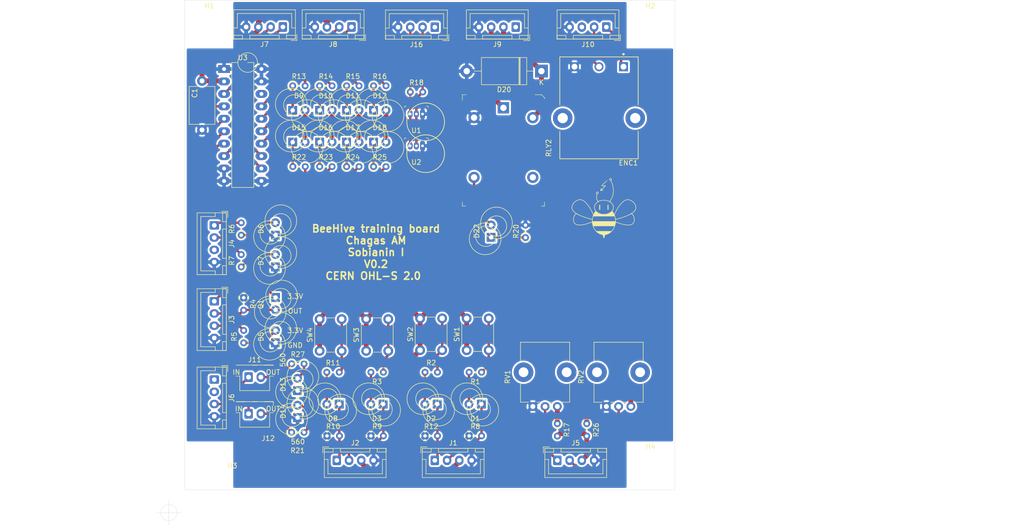
<source format=kicad_pcb>
(kicad_pcb (version 20171130) (host pcbnew "(5.1.4-0-10_14)")
  (layers (0 F.Cu signal) (31 B.Cu signal hide) (34 B.Paste user) (35 F.Paste user) (36 B.SilkS user) (37 F.SilkS user) (38 B.Mask user) (39 F.Mask user) (44 Edge.Cuts user))
  (net 0 "")
  (net 1 "Net-(D1-Pad1)")
  (net 2 "Net-(D2-Pad1)")
  (net 3 "Net-(D2-Pad2)")
  (net 4 "Net-(D3-Pad1)")
  (net 5 "Net-(D3-Pad2)")
  (net 6 "Net-(D5-Pad2)")
  (net 7 "Net-(D6-Pad2)")
  (net 8 "Net-(D7-Pad2)")
  (net 9 "Net-(D8-Pad1)")
  (net 10 "Net-(D8-Pad2)")
  (net 11 "Net-(D9-Pad1)")
  (net 12 "Net-(D11-Pad1)")
  (net 13 "Net-(D13-Pad2)")
  (net 14 "Net-(J3-Pad3)")
  (net 16 "Net-(D14-Pad2)")
  (net 17 "Net-(D15-Pad1)")
  (net 18 "Net-(D16-Pad1)")
  (net 19 "Net-(D17-Pad1)")
  (net 20 "+5V")
  (net 21 "Net-(J3-Pad2)")
  (net 22 "Net-(J3-Pad1)")
  (net 23 "Net-(J4-Pad1)")
  (net 24 "Net-(J4-Pad2)")
  (net 25 "Net-(J5-Pad1)")
  (net 26 "Net-(J5-Pad2)")
  (net 27 "Net-(J7-Pad1)")
  (net 28 "Net-(J8-Pad1)")
  (net 29 "Net-(R1-Pad1)")
  (net 30 "Net-(R2-Pad2)")
  (net 32 "Net-(J16-Pad2)")
  (net 34 "Net-(D1-Pad2)")
  (net 35 "Net-(D22-Pad2)")
  (net 36 "Net-(D22-Pad1)")
  (net 37 "Net-(J7-Pad2)")
  (net 38 "Net-(J8-Pad2)")
  (net 40 "Net-(D10-Pad1)")
  (net 41 "Net-(D12-Pad1)")
  (net 42 "Net-(R3-Pad1)")
  (net 43 "Net-(R11-Pad2)")
  (net 45 "Net-(D20-Pad1)")
  (net 46 "Net-(D18-Pad1)")
  (net 47 "Net-(R13-Pad2)")
  (net 48 "Net-(R14-Pad2)")
  (net 49 "Net-(R15-Pad2)")
  (net 50 "Net-(R16-Pad2)")
  (net 51 "Net-(R22-Pad2)")
  (net 52 "Net-(R23-Pad2)")
  (net 53 "Net-(R24-Pad2)")
  (net 54 "Net-(R25-Pad2)")
  (net 55 "Net-(R17-Pad1)")
  (net 57 "Net-(ENC1-PadA)")
  (net 58 "Net-(ENC1-PadB)")
  (net 59 "Net-(R26-Pad1)")
  (net 60 "Net-(J6-Pad3)")
  (net 61 "Net-(R27-Pad1)")
  (net 62 "Net-(R21-Pad1)")
  (net 63 "Net-(J9-Pad3)")
  (net 64 "Net-(J5-Pad3)")
  (net 65 "temp_5V")
  (net 67 "reg_5V")
  (net 68 "button_5v")
  (net 69 "GND")
  (module "LED_THT:LED_D3.0mm" (layer "F.Cu") (at 98 103 180)
    (fp_text reference "D1" (at 1.27 -2.96) (layer "F.SilkS"))
    (fp_text value "LED")
    (pad "1" thru_hole rect (at 0 0 180) (size 1.8 1.8) (drill 0.9) (layers *.Cu *.Mask) (net 1 "Net-(D1-Pad1)"))
    (pad "2" thru_hole circle (at 2.54 0 180) (size 1.8 1.8) (drill 0.9) (layers *.Cu *.Mask) (net 34 "Net-(D1-Pad2)"))
  )
  (module "LED_THT:LED_D3.0mm" (layer "F.Cu") (at 77.96 103 180)
    (fp_text reference "D3" (at 1.27 -2.96) (layer "F.SilkS"))
    (fp_text value "LED")
    (pad "1" thru_hole rect (at 0 0 180) (size 1.8 1.8) (drill 0.9) (layers *.Cu *.Mask) (net 4 "Net-(D3-Pad1)"))
    (pad "2" thru_hole circle (at 2.54 0 180) (size 1.8 1.8) (drill 0.9) (layers *.Cu *.Mask) (net 5 "Net-(D3-Pad2)"))
  )
  (module "LED_THT:LED_D3.0mm" (layer "F.Cu") (at 56 90.5 90)
    (fp_text reference "D5" (at 1.27 -2.96 90) (layer "F.SilkS"))
    (fp_text value "IR LED")
    (pad "1" thru_hole rect (at 0 0 90) (size 1.8 1.8) (drill 0.9) (layers *.Cu *.Mask) (net 69 "GND"))
    (pad "2" thru_hole circle (at 2.54 0 90) (size 1.8 1.8) (drill 0.9) (layers *.Cu *.Mask) (net 6 "Net-(D5-Pad2)"))
  )
  (module "LED_THT:LED_D3.0mm" (layer "F.Cu") (at 56 68.5 90)
    (fp_text reference "D6" (at 1.27 -2.96 90) (layer "F.SilkS"))
    (fp_text value "LED")
    (pad "1" thru_hole rect (at 0 0 90) (size 1.8 1.8) (drill 0.9) (layers *.Cu *.Mask) (net 69 "GND"))
    (pad "2" thru_hole circle (at 2.54 0 90) (size 1.8 1.8) (drill 0.9) (layers *.Cu *.Mask) (net 7 "Net-(D6-Pad2)"))
  )
  (module "LED_THT:LED_D3.0mm" (layer "F.Cu") (at 56 75 90)
    (fp_text reference "D7" (at 1.27 -2.96 90) (layer "F.SilkS"))
    (fp_text value "LED")
    (pad "1" thru_hole rect (at 0 0 90) (size 1.8 1.8) (drill 0.9) (layers *.Cu *.Mask) (net 69 "GND"))
    (pad "2" thru_hole circle (at 2.54 0 90) (size 1.8 1.8) (drill 0.9) (layers *.Cu *.Mask) (net 8 "Net-(D7-Pad2)"))
  )
  (module "LED_THT:LED_D3.0mm" (layer "F.Cu") (at 69 103 180)
    (fp_text reference "D8" (at 1.27 -2.96) (layer "F.SilkS"))
    (fp_text value "LED")
    (pad "1" thru_hole rect (at 0 0 180) (size 1.8 1.8) (drill 0.9) (layers *.Cu *.Mask) (net 9 "Net-(D8-Pad1)"))
    (pad "2" thru_hole circle (at 2.54 0 180) (size 1.8 1.8) (drill 0.9) (layers *.Cu *.Mask) (net 10 "Net-(D8-Pad2)"))
  )
  (module "LED_THT:LED_D3.0mm" (layer "F.Cu") (at 59.5 43)
    (fp_text reference "D9" (at 1.27 -2.96) (layer "F.SilkS"))
    (fp_text value "LED")
    (pad "1" thru_hole rect (at 0 0) (size 1.8 1.8) (drill 0.9) (layers *.Cu *.Mask) (net 11 "Net-(D9-Pad1)"))
    (pad "2" thru_hole circle (at 2.54 0) (size 1.8 1.8) (drill 0.9) (layers *.Cu *.Mask) (net 67 "reg_5V"))
  )
  (module "LED_THT:LED_D3.0mm" (layer "F.Cu") (at 65 43)
    (fp_text reference "D10" (at 1.27 -2.96) (layer "F.SilkS"))
    (fp_text value "LED")
    (pad "1" thru_hole rect (at 0 0) (size 1.8 1.8) (drill 0.9) (layers *.Cu *.Mask) (net 40 "Net-(D10-Pad1)"))
    (pad "2" thru_hole circle (at 2.54 0) (size 1.8 1.8) (drill 0.9) (layers *.Cu *.Mask) (net 67 "reg_5V"))
  )
  (module "LED_THT:LED_D3.0mm" (layer "F.Cu") (at 70.5 43)
    (fp_text reference "D11" (at 1.27 -2.96) (layer "F.SilkS"))
    (fp_text value "LED")
    (pad "1" thru_hole rect (at 0 0) (size 1.8 1.8) (drill 0.9) (layers *.Cu *.Mask) (net 12 "Net-(D11-Pad1)"))
    (pad "2" thru_hole circle (at 2.54 0) (size 1.8 1.8) (drill 0.9) (layers *.Cu *.Mask) (net 67 "reg_5V"))
  )
  (module "LED_THT:LED_D3.0mm" (layer "F.Cu") (at 76 43)
    (fp_text reference "D12" (at 1.27 -2.96) (layer "F.SilkS"))
    (fp_text value "LED")
    (pad "1" thru_hole rect (at 0 0) (size 1.8 1.8) (drill 0.9) (layers *.Cu *.Mask) (net 41 "Net-(D12-Pad1)"))
    (pad "2" thru_hole circle (at 2.54 0) (size 1.8 1.8) (drill 0.9) (layers *.Cu *.Mask) (net 67 "reg_5V"))
  )
  (module "LED_THT:LED_D3.0mm" (layer "F.Cu") (at 60.5 100.275 90)
    (fp_text reference "D13" (at 1.275 -2.96 90) (layer "F.SilkS"))
    (fp_text value "LED")
    (pad "1" thru_hole rect (at 0 0 90) (size 1.8 1.8) (drill 0.9) (layers *.Cu *.Mask) (net 69 "GND"))
    (pad "2" thru_hole circle (at 2.54 0 90) (size 1.8 1.8) (drill 0.9) (layers *.Cu *.Mask) (net 13 "Net-(D13-Pad2)"))
  )
  (module "LED_THT:LED_D3.0mm" (layer "F.Cu") (at 60.5 105.775 90)
    (fp_text reference "D14" (at 1.27 -2.96 90) (layer "F.SilkS"))
    (fp_text value "LED")
    (pad "1" thru_hole rect (at 0 0 90) (size 1.8 1.8) (drill 0.9) (layers *.Cu *.Mask) (net 69 "GND"))
    (pad "2" thru_hole circle (at 2.54 0 90) (size 1.8 1.8) (drill 0.9) (layers *.Cu *.Mask) (net 16 "Net-(D14-Pad2)"))
  )
  (module "LED_THT:LED_D3.0mm" (layer "F.Cu") (at 59.5 49.5)
    (fp_text reference "D15" (at 1.27 -2.96) (layer "F.SilkS"))
    (fp_text value "LED")
    (pad "1" thru_hole rect (at 0 0) (size 1.8 1.8) (drill 0.9) (layers *.Cu *.Mask) (net 17 "Net-(D15-Pad1)"))
    (pad "2" thru_hole circle (at 2.54 0) (size 1.8 1.8) (drill 0.9) (layers *.Cu *.Mask) (net 67 "reg_5V"))
  )
  (module "LED_THT:LED_D3.0mm" (layer "F.Cu") (at 65 49.5)
    (fp_text reference "D16" (at 1.27 -2.96) (layer "F.SilkS"))
    (fp_text value "LED")
    (pad "1" thru_hole rect (at 0 0) (size 1.8 1.8) (drill 0.9) (layers *.Cu *.Mask) (net 18 "Net-(D16-Pad1)"))
    (pad "2" thru_hole circle (at 2.54 0) (size 1.8 1.8) (drill 0.9) (layers *.Cu *.Mask) (net 67 "reg_5V"))
  )
  (module "LED_THT:LED_D3.0mm" (layer "F.Cu") (at 70.5 49.5)
    (fp_text reference "D17" (at 1.27 -2.96) (layer "F.SilkS"))
    (fp_text value "LED")
    (pad "1" thru_hole rect (at 0 0) (size 1.8 1.8) (drill 0.9) (layers *.Cu *.Mask) (net 19 "Net-(D17-Pad1)"))
    (pad "2" thru_hole circle (at 2.54 0) (size 1.8 1.8) (drill 0.9) (layers *.Cu *.Mask) (net 67 "reg_5V"))
  )
  (module "LED_THT:LED_D3.0mm" (layer "F.Cu") (at 76 49.5)
    (fp_text reference "D18" (at 1.27 -2.96) (layer "F.SilkS"))
    (fp_text value "LED")
    (pad "1" thru_hole rect (at 0 0) (size 1.8 1.8) (drill 0.9) (layers *.Cu *.Mask) (net 46 "Net-(D18-Pad1)"))
    (pad "2" thru_hole circle (at 2.54 0) (size 1.8 1.8) (drill 0.9) (layers *.Cu *.Mask) (net 67 "reg_5V"))
  )
  (module "Connector_JST:JST_XH_B4B-XH-A_1x04_P2.50mm_Vertical" (layer "F.Cu") (at 88.5 114.5)
    (fp_text reference "J1" (at 3.75 -3.55) (layer "F.SilkS"))
    (fp_text value "Conn_01x04")
    (pad "1" thru_hole roundrect (at 0 0) (size 1.7 1.95) (drill 0.95) (layers *.Cu *.Mask) (roundrect_rratio 0.1470588235) (net 2 "Net-(D2-Pad1)"))
    (pad "2" thru_hole oval (at 2.5 0) (size 1.7 1.95) (drill 0.95) (layers *.Cu *.Mask) (net 1 "Net-(D1-Pad1)"))
    (pad "3" thru_hole oval (at 5 0) (size 1.7 1.95) (drill 0.95) (layers *.Cu *.Mask) (net 68 "button_5v"))
    (pad "4" thru_hole oval (at 7.5 0) (size 1.7 1.95) (drill 0.95) (layers *.Cu *.Mask) (net 69 "GND"))
  )
  (module "Connector_JST:JST_XH_B4B-XH-A_1x04_P2.50mm_Vertical" (layer "F.Cu") (at 68.5 114.5)
    (fp_text reference "J2" (at 3.75 -3.55) (layer "F.SilkS"))
    (fp_text value "Conn_01x04")
    (pad "1" thru_hole roundrect (at 0 0) (size 1.7 1.95) (drill 0.95) (layers *.Cu *.Mask) (roundrect_rratio 0.1470588235) (net 9 "Net-(D8-Pad1)"))
    (pad "2" thru_hole oval (at 2.5 0) (size 1.7 1.95) (drill 0.95) (layers *.Cu *.Mask) (net 4 "Net-(D3-Pad1)"))
    (pad "3" thru_hole oval (at 5 0) (size 1.7 1.95) (drill 0.95) (layers *.Cu *.Mask) (net 68 "button_5v"))
    (pad "4" thru_hole oval (at 7.5 0) (size 1.7 1.95) (drill 0.95) (layers *.Cu *.Mask) (net 69 "GND"))
  )
  (module "Connector_JST:JST_XH_B4B-XH-A_1x04_P2.50mm_Vertical" (layer "F.Cu") (at 43.5 82 -90)
    (fp_text reference "J3" (at 3.75 -3.55 90) (layer "F.SilkS"))
    (fp_text value "Conn_01x04")
    (pad "1" thru_hole roundrect (at 0 0 270) (size 1.7 1.95) (drill 0.95) (layers *.Cu *.Mask) (roundrect_rratio 0.1470588235) (net 22 "Net-(J3-Pad1)"))
    (pad "2" thru_hole oval (at 2.5 0 270) (size 1.7 1.95) (drill 0.95) (layers *.Cu *.Mask) (net 21 "Net-(J3-Pad2)"))
    (pad "3" thru_hole oval (at 5 0 270) (size 1.7 1.95) (drill 0.95) (layers *.Cu *.Mask) (net 14 "Net-(J3-Pad3)"))
    (pad "4" thru_hole oval (at 7.5 0 270) (size 1.7 1.95) (drill 0.95) (layers *.Cu *.Mask) (net 69 "GND"))
  )
  (module "Connector_JST:JST_XH_B4B-XH-A_1x04_P2.50mm_Vertical" (layer "F.Cu") (at 43.5 66.5 -90)
    (fp_text reference "J4" (at 3.75 -3.55 90) (layer "F.SilkS"))
    (fp_text value "Conn_01x04")
    (pad "1" thru_hole roundrect (at 0 0 270) (size 1.7 1.95) (drill 0.95) (layers *.Cu *.Mask) (roundrect_rratio 0.1470588235) (net 23 "Net-(J4-Pad1)"))
    (pad "2" thru_hole oval (at 2.5 0 270) (size 1.7 1.95) (drill 0.95) (layers *.Cu *.Mask) (net 24 "Net-(J4-Pad2)"))
    (pad "3" thru_hole oval (at 5 0 270) (size 1.7 1.95) (drill 0.95) (layers *.Cu *.Mask) (net 20 "+5V"))
    (pad "4" thru_hole oval (at 7.5 0 270) (size 1.7 1.95) (drill 0.95) (layers *.Cu *.Mask) (net 69 "GND"))
  )
  (module "Connector_JST:JST_XH_B4B-XH-A_1x04_P2.50mm_Vertical" (layer "F.Cu") (at 113.5 114.5)
    (fp_text reference "J5" (at 3.75 -3.55) (layer "F.SilkS"))
    (fp_text value "Conn_01x04")
    (pad "1" thru_hole roundrect (at 0 0) (size 1.7 1.95) (drill 0.95) (layers *.Cu *.Mask) (roundrect_rratio 0.1470588235) (net 25 "Net-(J5-Pad1)"))
    (pad "2" thru_hole oval (at 2.5 0) (size 1.7 1.95) (drill 0.95) (layers *.Cu *.Mask) (net 26 "Net-(J5-Pad2)"))
    (pad "3" thru_hole oval (at 5 0) (size 1.7 1.95) (drill 0.95) (layers *.Cu *.Mask) (net 64 "Net-(J5-Pad3)"))
    (pad "4" thru_hole oval (at 7.5 0) (size 1.7 1.95) (drill 0.95) (layers *.Cu *.Mask) (net 69 "GND"))
  )
  (module "Resistor_THT:R_Axial_DIN0204_L3.6mm_D1.6mm_P2.54mm_Vertical" (layer "F.Cu") (at 98.04 96.5 180)
    (fp_text reference "R1" (at 1.27 -1.92) (layer "F.SilkS"))
    (fp_text value "220")
    (pad "1" thru_hole circle (at 0 0 180) (size 1.4 1.4) (drill 0.7) (layers *.Cu *.Mask) (net 29 "Net-(R1-Pad1)"))
    (pad "2" thru_hole oval (at 2.54 0 180) (size 1.4 1.4) (drill 0.7) (layers *.Cu *.Mask) (net 34 "Net-(D1-Pad2)"))
  )
  (module "Resistor_THT:R_Axial_DIN0204_L3.6mm_D1.6mm_P2.54mm_Vertical" (layer "F.Cu") (at 86.5 96.5)
    (fp_text reference "R2" (at 1.27 -1.92) (layer "F.SilkS"))
    (fp_text value "220")
    (pad "1" thru_hole circle (at 0 0) (size 1.4 1.4) (drill 0.7) (layers *.Cu *.Mask) (net 3 "Net-(D2-Pad2)"))
    (pad "2" thru_hole oval (at 2.54 0) (size 1.4 1.4) (drill 0.7) (layers *.Cu *.Mask) (net 30 "Net-(R2-Pad2)"))
  )
  (module "Resistor_THT:R_Axial_DIN0204_L3.6mm_D1.6mm_P2.54mm_Vertical" (layer "F.Cu") (at 78 96.5 180)
    (fp_text reference "R3" (at 1.27 -1.92) (layer "F.SilkS"))
    (fp_text value "220")
    (pad "1" thru_hole circle (at 0 0 180) (size 1.4 1.4) (drill 0.7) (layers *.Cu *.Mask) (net 42 "Net-(R3-Pad1)"))
    (pad "2" thru_hole oval (at 2.54 0 180) (size 1.4 1.4) (drill 0.7) (layers *.Cu *.Mask) (net 5 "Net-(D3-Pad2)"))
  )
  (module "Resistor_THT:R_Axial_DIN0204_L3.6mm_D1.6mm_P2.54mm_Vertical" (layer "F.Cu") (at 49.5 81.28 -90)
    (fp_text reference "R4" (at 1.27 -1.92 90) (layer "F.SilkS"))
    (fp_text value "10k")
    (pad "1" thru_hole circle (at 0 0 270) (size 1.4 1.4) (drill 0.7) (layers *.Cu *.Mask) (net 69 "GND"))
    (pad "2" thru_hole oval (at 2.54 0 270) (size 1.4 1.4) (drill 0.7) (layers *.Cu *.Mask) (net 21 "Net-(J3-Pad2)"))
  )
  (module "Resistor_THT:R_Axial_DIN0204_L3.6mm_D1.6mm_P2.54mm_Vertical" (layer "F.Cu") (at 49.5 90.5 90)
    (fp_text reference "R5" (at 1.27 -1.92 90) (layer "F.SilkS"))
    (fp_text value "47")
    (pad "1" thru_hole circle (at 0 0 90) (size 1.4 1.4) (drill 0.7) (layers *.Cu *.Mask) (net 6 "Net-(D5-Pad2)"))
    (pad "2" thru_hole oval (at 2.54 0 90) (size 1.4 1.4) (drill 0.7) (layers *.Cu *.Mask) (net 14 "Net-(J3-Pad3)"))
  )
  (module "Resistor_THT:R_Axial_DIN0204_L3.6mm_D1.6mm_P2.54mm_Vertical" (layer "F.Cu") (at 49 68.5 90)
    (fp_text reference "R6" (at 1.27 -1.92 90) (layer "F.SilkS"))
    (fp_text value "220")
    (pad "1" thru_hole circle (at 0 0 90) (size 1.4 1.4) (drill 0.7) (layers *.Cu *.Mask) (net 7 "Net-(D6-Pad2)"))
    (pad "2" thru_hole oval (at 2.54 0 90) (size 1.4 1.4) (drill 0.7) (layers *.Cu *.Mask) (net 23 "Net-(J4-Pad1)"))
  )
  (module "Resistor_THT:R_Axial_DIN0204_L3.6mm_D1.6mm_P2.54mm_Vertical" (layer "F.Cu") (at 49 75 90)
    (fp_text reference "R7" (at 1.27 -1.92 90) (layer "F.SilkS"))
    (fp_text value "220")
    (pad "1" thru_hole circle (at 0 0 90) (size 1.4 1.4) (drill 0.7) (layers *.Cu *.Mask) (net 8 "Net-(D7-Pad2)"))
    (pad "2" thru_hole oval (at 2.54 0 90) (size 1.4 1.4) (drill 0.7) (layers *.Cu *.Mask) (net 24 "Net-(J4-Pad2)"))
  )
  (module "Resistor_THT:R_Axial_DIN0204_L3.6mm_D1.6mm_P2.54mm_Vertical" (layer "F.Cu") (at 95.5 109.5)
    (fp_text reference "R8" (at 1.27 -1.92) (layer "F.SilkS"))
    (fp_text value "1k")
    (pad "1" thru_hole circle (at 0 0) (size 1.4 1.4) (drill 0.7) (layers *.Cu *.Mask) (net 69 "GND"))
    (pad "2" thru_hole oval (at 2.54 0) (size 1.4 1.4) (drill 0.7) (layers *.Cu *.Mask) (net 1 "Net-(D1-Pad1)"))
  )
  (module "Resistor_THT:R_Axial_DIN0204_L3.6mm_D1.6mm_P2.54mm_Vertical" (layer "F.Cu") (at 75.46 109.5)
    (fp_text reference "R9" (at 1.27 -1.92) (layer "F.SilkS"))
    (fp_text value "1k")
    (pad "1" thru_hole circle (at 0 0) (size 1.4 1.4) (drill 0.7) (layers *.Cu *.Mask) (net 69 "GND"))
    (pad "2" thru_hole oval (at 2.54 0) (size 1.4 1.4) (drill 0.7) (layers *.Cu *.Mask) (net 4 "Net-(D3-Pad1)"))
  )
  (module "Resistor_THT:R_Axial_DIN0204_L3.6mm_D1.6mm_P2.54mm_Vertical" (layer "F.Cu") (at 66.5 109.5)
    (fp_text reference "R10" (at 1.27 -1.92) (layer "F.SilkS"))
    (fp_text value "1k")
    (pad "1" thru_hole circle (at 0 0) (size 1.4 1.4) (drill 0.7) (layers *.Cu *.Mask) (net 69 "GND"))
    (pad "2" thru_hole oval (at 2.54 0) (size 1.4 1.4) (drill 0.7) (layers *.Cu *.Mask) (net 9 "Net-(D8-Pad1)"))
  )
  (module "Resistor_THT:R_Axial_DIN0204_L3.6mm_D1.6mm_P2.54mm_Vertical" (layer "F.Cu") (at 66.46 96.5)
    (fp_text reference "R11" (at 1.27 -1.92) (layer "F.SilkS"))
    (fp_text value "220")
    (pad "1" thru_hole circle (at 0 0) (size 1.4 1.4) (drill 0.7) (layers *.Cu *.Mask) (net 10 "Net-(D8-Pad2)"))
    (pad "2" thru_hole oval (at 2.54 0) (size 1.4 1.4) (drill 0.7) (layers *.Cu *.Mask) (net 43 "Net-(R11-Pad2)"))
  )
  (module "Resistor_THT:R_Axial_DIN0204_L3.6mm_D1.6mm_P2.54mm_Vertical" (layer "F.Cu") (at 86.5 109.5)
    (fp_text reference "R12" (at 1.27 -1.92) (layer "F.SilkS"))
    (fp_text value "1k")
    (pad "1" thru_hole circle (at 0 0) (size 1.4 1.4) (drill 0.7) (layers *.Cu *.Mask) (net 69 "GND"))
    (pad "2" thru_hole oval (at 2.54 0) (size 1.4 1.4) (drill 0.7) (layers *.Cu *.Mask) (net 2 "Net-(D2-Pad1)"))
  )
  (module "Resistor_THT:R_Axial_DIN0204_L3.6mm_D1.6mm_P2.54mm_Vertical" (layer "F.Cu") (at 59.5 38)
    (fp_text reference "R13" (at 1.27 -1.92) (layer "F.SilkS"))
    (fp_text value "560")
    (pad "1" thru_hole circle (at 0 0) (size 1.4 1.4) (drill 0.7) (layers *.Cu *.Mask) (net 11 "Net-(D9-Pad1)"))
    (pad "2" thru_hole oval (at 2.54 0) (size 1.4 1.4) (drill 0.7) (layers *.Cu *.Mask) (net 47 "Net-(R13-Pad2)"))
  )
  (module "Resistor_THT:R_Axial_DIN0204_L3.6mm_D1.6mm_P2.54mm_Vertical" (layer "F.Cu") (at 65 38)
    (fp_text reference "R14" (at 1.27 -1.92) (layer "F.SilkS"))
    (fp_text value "560")
    (pad "1" thru_hole circle (at 0 0) (size 1.4 1.4) (drill 0.7) (layers *.Cu *.Mask) (net 40 "Net-(D10-Pad1)"))
    (pad "2" thru_hole oval (at 2.54 0) (size 1.4 1.4) (drill 0.7) (layers *.Cu *.Mask) (net 48 "Net-(R14-Pad2)"))
  )
  (module "Resistor_THT:R_Axial_DIN0204_L3.6mm_D1.6mm_P2.54mm_Vertical" (layer "F.Cu") (at 70.5 38)
    (fp_text reference "R15" (at 1.27 -1.92) (layer "F.SilkS"))
    (fp_text value "560")
    (pad "1" thru_hole circle (at 0 0) (size 1.4 1.4) (drill 0.7) (layers *.Cu *.Mask) (net 12 "Net-(D11-Pad1)"))
    (pad "2" thru_hole oval (at 2.54 0) (size 1.4 1.4) (drill 0.7) (layers *.Cu *.Mask) (net 49 "Net-(R15-Pad2)"))
  )
  (module "Resistor_THT:R_Axial_DIN0204_L3.6mm_D1.6mm_P2.54mm_Vertical" (layer "F.Cu") (at 76 38)
    (fp_text reference "R16" (at 1.27 -1.92) (layer "F.SilkS"))
    (fp_text value "560")
    (pad "1" thru_hole circle (at 0 0) (size 1.4 1.4) (drill 0.7) (layers *.Cu *.Mask) (net 41 "Net-(D12-Pad1)"))
    (pad "2" thru_hole oval (at 2.54 0) (size 1.4 1.4) (drill 0.7) (layers *.Cu *.Mask) (net 50 "Net-(R16-Pad2)"))
  )
  (module "Resistor_THT:R_Axial_DIN0204_L3.6mm_D1.6mm_P2.54mm_Vertical" (layer "F.Cu") (at 113.5 107 -90)
    (fp_text reference "R17" (at 1.27 -1.92 90) (layer "F.SilkS"))
    (fp_text value "5.6k")
    (pad "1" thru_hole circle (at 0 0 270) (size 1.4 1.4) (drill 0.7) (layers *.Cu *.Mask) (net 55 "Net-(R17-Pad1)"))
    (pad "2" thru_hole oval (at 2.54 0 270) (size 1.4 1.4) (drill 0.7) (layers *.Cu *.Mask) (net 64 "Net-(J5-Pad3)"))
  )
  (module "Resistor_THT:R_Axial_DIN0204_L3.6mm_D1.6mm_P2.54mm_Vertical" (layer "F.Cu") (at 83.5 39.2625)
    (fp_text reference "R18" (at 1.27 -1.92) (layer "F.SilkS"))
    (fp_text value "4.7k")
    (pad "1" thru_hole circle (at 0 0) (size 1.4 1.4) (drill 0.7) (layers *.Cu *.Mask) (net 65 "temp_5V"))
    (pad "2" thru_hole oval (at 2.54 0) (size 1.4 1.4) (drill 0.7) (layers *.Cu *.Mask) (net 32 "Net-(J16-Pad2)"))
  )
  (module "Resistor_THT:R_Axial_DIN0204_L3.6mm_D1.6mm_P2.54mm_Vertical" (layer "F.Cu") (at 107 69 90)
    (fp_text reference "R20" (at 1.27 -1.92 90) (layer "F.SilkS"))
    (fp_text value "560")
    (pad "1" thru_hole circle (at 0 0 90) (size 1.4 1.4) (drill 0.7) (layers *.Cu *.Mask) (net 36 "Net-(D22-Pad1)"))
    (pad "2" thru_hole oval (at 2.54 0 90) (size 1.4 1.4) (drill 0.7) (layers *.Cu *.Mask) (net 69 "GND"))
  )
  (module "Resistor_THT:R_Axial_DIN0204_L3.6mm_D1.6mm_P2.54mm_Vertical" (layer "F.Cu") (at 59.28 108.775)
    (fp_text reference "R21" (at 1.23 3.725) (layer "F.SilkS"))
    (fp_text value "560" (at 1.27 1.92) (layer "F.SilkS"))
    (pad "1" thru_hole circle (at 0 0) (size 1.4 1.4) (drill 0.7) (layers *.Cu *.Mask) (net 62 "Net-(R21-Pad1)"))
    (pad "2" thru_hole oval (at 2.54 0) (size 1.4 1.4) (drill 0.7) (layers *.Cu *.Mask) (net 16 "Net-(D14-Pad2)"))
  )
  (module "Resistor_THT:R_Axial_DIN0204_L3.6mm_D1.6mm_P2.54mm_Vertical" (layer "F.Cu") (at 59.525 54.5)
    (fp_text reference "R22" (at 1.27 -1.92) (layer "F.SilkS"))
    (fp_text value "560")
    (pad "1" thru_hole circle (at 0 0) (size 1.4 1.4) (drill 0.7) (layers *.Cu *.Mask) (net 17 "Net-(D15-Pad1)"))
    (pad "2" thru_hole oval (at 2.54 0) (size 1.4 1.4) (drill 0.7) (layers *.Cu *.Mask) (net 51 "Net-(R22-Pad2)"))
  )
  (module "Resistor_THT:R_Axial_DIN0204_L3.6mm_D1.6mm_P2.54mm_Vertical" (layer "F.Cu") (at 65 54.5)
    (fp_text reference "R23" (at 1.27 -1.92) (layer "F.SilkS"))
    (fp_text value "560")
    (pad "1" thru_hole circle (at 0 0) (size 1.4 1.4) (drill 0.7) (layers *.Cu *.Mask) (net 18 "Net-(D16-Pad1)"))
    (pad "2" thru_hole oval (at 2.54 0) (size 1.4 1.4) (drill 0.7) (layers *.Cu *.Mask) (net 52 "Net-(R23-Pad2)"))
  )
  (module "Resistor_THT:R_Axial_DIN0204_L3.6mm_D1.6mm_P2.54mm_Vertical" (layer "F.Cu") (at 70.5 54.5)
    (fp_text reference "R24" (at 1.27 -1.92) (layer "F.SilkS"))
    (fp_text value "560")
    (pad "1" thru_hole circle (at 0 0) (size 1.4 1.4) (drill 0.7) (layers *.Cu *.Mask) (net 19 "Net-(D17-Pad1)"))
    (pad "2" thru_hole oval (at 2.54 0) (size 1.4 1.4) (drill 0.7) (layers *.Cu *.Mask) (net 53 "Net-(R24-Pad2)"))
  )
  (module "Resistor_THT:R_Axial_DIN0204_L3.6mm_D1.6mm_P2.54mm_Vertical" (layer "F.Cu") (at 76 54.5)
    (fp_text reference "R25" (at 1.27 -1.92) (layer "F.SilkS"))
    (fp_text value "560")
    (pad "1" thru_hole circle (at 0 0) (size 1.4 1.4) (drill 0.7) (layers *.Cu *.Mask) (net 46 "Net-(D18-Pad1)"))
    (pad "2" thru_hole oval (at 2.54 0) (size 1.4 1.4) (drill 0.7) (layers *.Cu *.Mask) (net 54 "Net-(R25-Pad2)"))
  )
  (module "Potentiometer_THT:Potentiometer_Alps_RK09K_Single_Vertical" (layer "F.Cu") (at 113.5 103.5 90)
    (fp_text reference "RV1" (at 6.05 -10.15 90) (layer "F.SilkS"))
    (fp_text value "1k")
    (pad "" np_thru_hole circle (at 7 -6.9 90) (size 4 4) (drill 2) (layers *.Cu *.Mask))
    (pad "" np_thru_hole circle (at 7 1.9 90) (size 4 4) (drill 2) (layers *.Cu *.Mask))
    (pad "1" thru_hole circle (at 0 0 90) (size 1.8 1.8) (drill 1) (layers *.Cu *.Mask) (net 55 "Net-(R17-Pad1)"))
    (pad "2" thru_hole circle (at 0 -2.5 90) (size 1.8 1.8) (drill 1) (layers *.Cu *.Mask) (net 25 "Net-(J5-Pad1)"))
    (pad "3" thru_hole circle (at 0 -5 90) (size 1.8 1.8) (drill 1) (layers *.Cu *.Mask) (net 69 "GND"))
  )
  (module "Button_Switch_THT:SW_PUSH_6mm" (layer "F.Cu") (at 95 92 90)
    (fp_text reference "SW1" (at 3.25 -2 90) (layer "F.SilkS"))
    (fp_text value "SW_Push")
    (pad "1" thru_hole circle (at 0 0 180) (size 2 2) (drill 1.1) (layers *.Cu *.Mask) (net 68 "button_5v"))
    (pad "1" thru_hole circle (at 6.5 0 180) (size 2 2) (drill 1.1) (layers *.Cu *.Mask) (net 68 "button_5v"))
    (pad "2" thru_hole circle (at 6.5 4.5 180) (size 2 2) (drill 1.1) (layers *.Cu *.Mask) (net 29 "Net-(R1-Pad1)"))
    (pad "2" thru_hole circle (at 0 4.5 180) (size 2 2) (drill 1.1) (layers *.Cu *.Mask) (net 29 "Net-(R1-Pad1)"))
  )
  (module "Button_Switch_THT:SW_PUSH_6mm" (layer "F.Cu") (at 85.5 92 90)
    (fp_text reference "SW2" (at 3.25 -2 90) (layer "F.SilkS"))
    (fp_text value "SW_Push")
    (pad "1" thru_hole circle (at 6.5 0 180) (size 2 2) (drill 1.1) (layers *.Cu *.Mask) (net 68 "button_5v"))
    (pad "1" thru_hole circle (at 0 0 180) (size 2 2) (drill 1.1) (layers *.Cu *.Mask) (net 68 "button_5v"))
    (pad "2" thru_hole circle (at 0 4.5 180) (size 2 2) (drill 1.1) (layers *.Cu *.Mask) (net 30 "Net-(R2-Pad2)"))
    (pad "2" thru_hole circle (at 6.5 4.5 180) (size 2 2) (drill 1.1) (layers *.Cu *.Mask) (net 30 "Net-(R2-Pad2)"))
  )
  (module "Button_Switch_THT:SW_PUSH_6mm" (layer "F.Cu") (at 74.5 92.146 90)
    (fp_text reference "SW3" (at 3.25 -2 90) (layer "F.SilkS"))
    (fp_text value "SW_Push")
    (pad "1" thru_hole circle (at 6.5 0 180) (size 2 2) (drill 1.1) (layers *.Cu *.Mask) (net 68 "button_5v"))
    (pad "1" thru_hole circle (at 0 0 180) (size 2 2) (drill 1.1) (layers *.Cu *.Mask) (net 68 "button_5v"))
    (pad "2" thru_hole circle (at 0 4.5 180) (size 2 2) (drill 1.1) (layers *.Cu *.Mask) (net 42 "Net-(R3-Pad1)"))
    (pad "2" thru_hole circle (at 6.5 4.5 180) (size 2 2) (drill 1.1) (layers *.Cu *.Mask) (net 42 "Net-(R3-Pad1)"))
  )
  (module "Button_Switch_THT:SW_PUSH_6mm" (layer "F.Cu") (at 65 92.146 90)
    (fp_text reference "SW4" (at 3.25 -2 90) (layer "F.SilkS"))
    (fp_text value "SW_Push")
    (pad "1" thru_hole circle (at 0 0 180) (size 2 2) (drill 1.1) (layers *.Cu *.Mask) (net 68 "button_5v"))
    (pad "1" thru_hole circle (at 6.5 0 180) (size 2 2) (drill 1.1) (layers *.Cu *.Mask) (net 68 "button_5v"))
    (pad "2" thru_hole circle (at 0 4.5 180) (size 2 2) (drill 1.1) (layers *.Cu *.Mask) (net 43 "Net-(R11-Pad2)"))
    (pad "2" thru_hole circle (at 6.5 4.5 180) (size 2 2) (drill 1.1) (layers *.Cu *.Mask) (net 43 "Net-(R11-Pad2)"))
  )
  (module "digikey-footprints:TO-92-3" (layer "F.Cu") (at 86 43.7625 180)
    (fp_text reference "U1" (at 1.27 -3.35) (layer "F.SilkS"))
    (fp_text value "DS18S20_")
    (pad "1" thru_hole rect (at 0 0) (size 1 1.5) (drill 0.55) (layers *.Cu *.Mask) (net 69 "GND"))
    (pad "2" thru_hole oval (at 1.27 0) (size 1 1.5) (drill 0.55) (layers *.Cu *.Mask) (net 32 "Net-(J16-Pad2)"))
    (pad "3" thru_hole oval (at 2.54 0) (size 1 1.5) (drill 0.55) (layers *.Cu *.Mask) (net 65 "temp_5V"))
  )
  (module "digikey-footprints:TO-92-3" (layer "F.Cu") (at 86 50.2625 180)
    (fp_text reference "U2" (at 1.27 -3.35) (layer "F.SilkS"))
    (fp_text value "DS18S20_")
    (pad "1" thru_hole rect (at 0 0) (size 1 1.5) (drill 0.55) (layers *.Cu *.Mask) (net 69 "GND"))
    (pad "2" thru_hole oval (at 1.27 0) (size 1 1.5) (drill 0.55) (layers *.Cu *.Mask) (net 32 "Net-(J16-Pad2)"))
    (pad "3" thru_hole oval (at 2.54 0) (size 1 1.5) (drill 0.55) (layers *.Cu *.Mask) (net 65 "temp_5V"))
  )
  (module "Connector_JST:JST_XH_B4B-XH-A_1x04_P2.50mm_Vertical" (layer "F.Cu") (at 88.5 26.025 180)
    (fp_text reference "J16" (at 3.75 -3.55) (layer "F.SilkS"))
    (fp_text value "Conn_01x04")
    (pad "1" thru_hole roundrect (at 0 0 180) (size 1.7 1.95) (drill 0.95) (layers *.Cu *.Mask) (roundrect_rratio 0.1470588235))
    (pad "2" thru_hole oval (at 2.5 0 180) (size 1.7 1.95) (drill 0.95) (layers *.Cu *.Mask) (net 32 "Net-(J16-Pad2)"))
    (pad "3" thru_hole oval (at 5 0 180) (size 1.7 1.95) (drill 0.95) (layers *.Cu *.Mask) (net 65 "temp_5V"))
    (pad "4" thru_hole oval (at 7.5 0 180) (size 1.7 1.95) (drill 0.95) (layers *.Cu *.Mask) (net 69 "GND"))
  )
  (module "LED_THT:LED_D3.0mm" (layer "F.Cu") (at 89 103 180)
    (fp_text reference "D2" (at 1.27 -2.96) (layer "F.SilkS"))
    (fp_text value "LED")
    (pad "1" thru_hole rect (at 0 0 180) (size 1.8 1.8) (drill 0.9) (layers *.Cu *.Mask) (net 2 "Net-(D2-Pad1)"))
    (pad "2" thru_hole circle (at 2.54 0 180) (size 1.8 1.8) (drill 0.9) (layers *.Cu *.Mask) (net 3 "Net-(D2-Pad2)"))
  )
  (module "LED_THT:LED_D3.0mm" (layer "F.Cu") (at 100 68.96 90)
    (fp_text reference "D22" (at 1.27 -2.96 90) (layer "F.SilkS"))
    (fp_text value "LED")
    (pad "1" thru_hole rect (at 0 0 90) (size 1.8 1.8) (drill 0.9) (layers *.Cu *.Mask) (net 36 "Net-(D22-Pad1)"))
    (pad "2" thru_hole circle (at 2.54 0 90) (size 1.8 1.8) (drill 0.9) (layers *.Cu *.Mask) (net 35 "Net-(D22-Pad2)"))
  )
  (module "Connector_JST:JST_XH_B4B-XH-A_1x04_P2.50mm_Vertical" (layer "F.Cu") (at 57.5 25.979 180)
    (fp_text reference "J7" (at 3.75 -3.55) (layer "F.SilkS"))
    (fp_text value "Conn_01x04")
    (pad "1" thru_hole roundrect (at 0 0 180) (size 1.7 1.95) (drill 0.95) (layers *.Cu *.Mask) (roundrect_rratio 0.1470588235) (net 27 "Net-(J7-Pad1)"))
    (pad "2" thru_hole oval (at 2.5 0 180) (size 1.7 1.95) (drill 0.95) (layers *.Cu *.Mask) (net 37 "Net-(J7-Pad2)"))
    (pad "3" thru_hole oval (at 5 0 180) (size 1.7 1.95) (drill 0.95) (layers *.Cu *.Mask) (net 67 "reg_5V"))
    (pad "4" thru_hole oval (at 7.5 0 180) (size 1.7 1.95) (drill 0.95) (layers *.Cu *.Mask) (net 69 "GND"))
  )
  (module "Connector_JST:JST_XH_B4B-XH-A_1x04_P2.50mm_Vertical" (layer "F.Cu") (at 71.5 25.979 180)
    (fp_text reference "J8" (at 3.75 -3.55) (layer "F.SilkS"))
    (fp_text value "Conn_01x04")
    (pad "1" thru_hole roundrect (at 0 0 180) (size 1.7 1.95) (drill 0.95) (layers *.Cu *.Mask) (roundrect_rratio 0.1470588235) (net 28 "Net-(J8-Pad1)"))
    (pad "2" thru_hole oval (at 2.5 0 180) (size 1.7 1.95) (drill 0.95) (layers *.Cu *.Mask) (net 38 "Net-(J8-Pad2)"))
    (pad "3" thru_hole oval (at 5 0 180) (size 1.7 1.95) (drill 0.95) (layers *.Cu *.Mask) (net 67 "reg_5V"))
    (pad "4" thru_hole oval (at 7.5 0 180) (size 1.7 1.95) (drill 0.95) (layers *.Cu *.Mask) (net 69 "GND"))
  )
  (module "Connector_JST:JST_XH_B4B-XH-A_1x04_P2.50mm_Vertical" (layer "F.Cu") (at 105 26 180)
    (fp_text reference "J9" (at 3.75 -3.55) (layer "F.SilkS"))
    (fp_text value "Conn_01x04")
    (pad "1" thru_hole roundrect (at 0 0 180) (size 1.7 1.95) (drill 0.95) (layers *.Cu *.Mask) (roundrect_rratio 0.1470588235))
    (pad "2" thru_hole oval (at 2.5 0 180) (size 1.7 1.95) (drill 0.95) (layers *.Cu *.Mask) (net 45 "Net-(D20-Pad1)"))
    (pad "3" thru_hole oval (at 5 0 180) (size 1.7 1.95) (drill 0.95) (layers *.Cu *.Mask) (net 63 "Net-(J9-Pad3)"))
    (pad "4" thru_hole oval (at 7.5 0 180) (size 1.7 1.95) (drill 0.95) (layers *.Cu *.Mask) (net 69 "GND"))
  )
  (module "Resistor_THT:R_Axial_DIN0204_L3.6mm_D1.6mm_P2.54mm_Vertical" (layer "F.Cu") (at 59.28 94.775)
    (fp_text reference "R27" (at 1.27 -1.92) (layer "F.SilkS"))
    (fp_text value "560" (at -1.78 -0.775 90) (layer "F.SilkS"))
    (pad "1" thru_hole circle (at 0 0) (size 1.4 1.4) (drill 0.7) (layers *.Cu *.Mask) (net 61 "Net-(R27-Pad1)"))
    (pad "2" thru_hole oval (at 2.54 0) (size 1.4 1.4) (drill 0.7) (layers *.Cu *.Mask) (net 13 "Net-(D13-Pad2)"))
  )
  (module "digikey-footprints:Relay_THT_G5LE-14" (layer "F.Cu") (at 102.5 42.5 -90)
    (fp_text reference "RLY2" (at 8.2 -9.225 90) (layer "F.SilkS"))
    (fp_text value "G5LE-14_DC5")
    (pad "1" thru_hole rect (at 0 0 270) (size 2.3 2.3) (drill 1.3) (layers *.Cu *.Mask) (net 63 "Net-(J9-Pad3)"))
    (pad "2" thru_hole circle (at 2 6 270) (size 2.3 2.3) (drill 1.3) (layers *.Cu *.Mask) (net 69 "GND"))
    (pad "3" thru_hole circle (at 14.2 6 270) (size 2.3 2.3) (drill 1.3) (layers *.Cu *.Mask) (net 35 "Net-(D22-Pad2)"))
    (pad "4" thru_hole circle (at 14.2 -6 270) (size 2.3 2.3) (drill 1.3) (layers *.Cu *.Mask))
    (pad "5" thru_hole circle (at 2 -6 270) (size 2.3 2.3) (drill 1.3) (layers *.Cu *.Mask) (net 45 "Net-(D20-Pad1)"))
  )
  (module "Package_DIP:DIP-20_W7.62mm_LongPads" (layer "F.Cu") (at 45.5 34.575)
    (fp_text reference "U3" (at 3.81 -2.33) (layer "F.SilkS"))
    (fp_text value "TPIC6595")
    (pad "1" thru_hole rect (at 0 0) (size 2.4 1.6) (drill 0.8) (layers *.Cu *.Mask) (net 69 "GND"))
    (pad "2" thru_hole oval (at 0 2.54) (size 2.4 1.6) (drill 0.8) (layers *.Cu *.Mask) (net 67 "reg_5V"))
    (pad "3" thru_hole oval (at 0 5.08) (size 2.4 1.6) (drill 0.8) (layers *.Cu *.Mask) (net 37 "Net-(J7-Pad2)"))
    (pad "4" thru_hole oval (at 0 7.62) (size 2.4 1.6) (drill 0.8) (layers *.Cu *.Mask) (net 54 "Net-(R25-Pad2)"))
    (pad "5" thru_hole oval (at 0 10.16) (size 2.4 1.6) (drill 0.8) (layers *.Cu *.Mask) (net 53 "Net-(R24-Pad2)"))
    (pad "6" thru_hole oval (at 0 12.7) (size 2.4 1.6) (drill 0.8) (layers *.Cu *.Mask) (net 52 "Net-(R23-Pad2)"))
    (pad "7" thru_hole oval (at 0 15.24) (size 2.4 1.6) (drill 0.8) (layers *.Cu *.Mask) (net 51 "Net-(R22-Pad2)"))
    (pad "8" thru_hole oval (at 0 17.78) (size 2.4 1.6) (drill 0.8) (layers *.Cu *.Mask) (net 27 "Net-(J7-Pad1)"))
    (pad "9" thru_hole oval (at 0 20.32) (size 2.4 1.6) (drill 0.8) (layers *.Cu *.Mask) (net 69 "GND"))
    (pad "10" thru_hole oval (at 0 22.86) (size 2.4 1.6) (drill 0.8) (layers *.Cu *.Mask) (net 69 "GND"))
    (pad "11" thru_hole oval (at 7.62 22.86) (size 2.4 1.6) (drill 0.8) (layers *.Cu *.Mask) (net 69 "GND"))
    (pad "12" thru_hole oval (at 7.62 20.32) (size 2.4 1.6) (drill 0.8) (layers *.Cu *.Mask) (net 38 "Net-(J8-Pad2)"))
    (pad "13" thru_hole oval (at 7.62 17.78) (size 2.4 1.6) (drill 0.8) (layers *.Cu *.Mask) (net 28 "Net-(J8-Pad1)"))
    (pad "14" thru_hole oval (at 7.62 15.24) (size 2.4 1.6) (drill 0.8) (layers *.Cu *.Mask) (net 47 "Net-(R13-Pad2)"))
    (pad "15" thru_hole oval (at 7.62 12.7) (size 2.4 1.6) (drill 0.8) (layers *.Cu *.Mask) (net 48 "Net-(R14-Pad2)"))
    (pad "16" thru_hole oval (at 7.62 10.16) (size 2.4 1.6) (drill 0.8) (layers *.Cu *.Mask) (net 49 "Net-(R15-Pad2)"))
    (pad "17" thru_hole oval (at 7.62 7.62) (size 2.4 1.6) (drill 0.8) (layers *.Cu *.Mask) (net 50 "Net-(R16-Pad2)"))
    (pad "18" thru_hole oval (at 7.62 5.08) (size 2.4 1.6) (drill 0.8) (layers *.Cu *.Mask))
    (pad "19" thru_hole oval (at 7.62 2.54) (size 2.4 1.6) (drill 0.8) (layers *.Cu *.Mask) (net 69 "GND"))
    (pad "20" thru_hole oval (at 7.62 0) (size 2.4 1.6) (drill 0.8) (layers *.Cu *.Mask) (net 69 "GND"))
  )
  (module "Connector_JST:JST_XH_B4B-XH-A_1x04_P2.50mm_Vertical" (layer "F.Cu") (at 43.5 98 -90)
    (fp_text reference "J6" (at 3.75 -3.55 90) (layer "F.SilkS"))
    (fp_text value "Conn_01x04")
    (pad "1" thru_hole roundrect (at 0 0 270) (size 1.7 1.95) (drill 0.95) (layers *.Cu *.Mask) (roundrect_rratio 0.1470588235))
    (pad "2" thru_hole oval (at 2.5 0 270) (size 1.7 1.95) (drill 0.95) (layers *.Cu *.Mask))
    (pad "3" thru_hole oval (at 5 0 270) (size 1.7 1.95) (drill 0.95) (layers *.Cu *.Mask) (net 60 "Net-(J6-Pad3)"))
    (pad "4" thru_hole oval (at 7.5 0 270) (size 1.7 1.95) (drill 0.95) (layers *.Cu *.Mask) (net 69 "GND"))
  )
  (module "Diode_THT:D_DO-201AE_P15.24mm_Horizontal" (layer "F.Cu") (at 110.255 35 180)
    (fp_text reference "D20" (at 7.62 -3.77) (layer "F.SilkS"))
    (fp_text value "D_Schottky")
    (fp_text user "K" (at 0 -2.3) (layer "F.SilkS"))
    (pad "1" thru_hole rect (at 0 0 180) (size 2.6 2.6) (drill 1.3) (layers *.Cu *.Mask) (net 45 "Net-(D20-Pad1)"))
    (pad "2" thru_hole oval (at 15.24 0 180) (size 2.6 2.6) (drill 1.3) (layers *.Cu *.Mask) (net 69 "GND"))
  )
  (module "logo-beehive:logo-beehive-13_2х12_3mm" (layer "F.Cu") (at 123 63)
    (fp_text reference "G***" hide)
    (fp_text value "LOGO" hide)
  )
  (module "Connector_JST:JST_XH_B4B-XH-A_1x04_P2.50mm_Vertical" (layer "F.Cu") (at 123.5 26 180)
    (fp_text reference "J10" (at 3.75 -3.55) (layer "F.SilkS"))
    (fp_text value "Conn_01x04")
    (pad "1" thru_hole roundrect (at 0 0 180) (size 1.7 1.95) (drill 0.95) (layers *.Cu *.Mask) (roundrect_rratio 0.1470588235) (net 57 "Net-(ENC1-PadA)"))
    (pad "2" thru_hole oval (at 2.5 0 180) (size 1.7 1.95) (drill 0.95) (layers *.Cu *.Mask) (net 58 "Net-(ENC1-PadB)"))
    (pad "3" thru_hole oval (at 5 0 180) (size 1.7 1.95) (drill 0.95) (layers *.Cu *.Mask))
    (pad "4" thru_hole oval (at 7.5 0 180) (size 1.7 1.95) (drill 0.95) (layers *.Cu *.Mask) (net 69 "GND"))
  )
  (module "Capacitor_THT:C_Disc_D7.5mm_W5.0mm_P10.00mm" (layer "F.Cu") (at 41 47 90)
    (fp_text reference "C1" (at 7.5 -1.5 90) (layer "F.SilkS"))
    (fp_text value "100nf")
    (pad "1" thru_hole circle (at 0 0 90) (size 2 2) (drill 1) (layers *.Cu *.Mask) (net 69 "GND"))
    (pad "2" thru_hole circle (at 10 0 90) (size 2 2) (drill 1) (layers *.Cu *.Mask) (net 67 "reg_5V"))
  )
  (module "Connector_JST:JST_XH_B2B-XH-A_1x02_P2.50mm_Vertical" (layer "F.Cu") (at 50.5 104.975)
    (fp_text reference "J12" (at 4 5.025) (layer "F.SilkS"))
    (fp_text value "Conn_01x02")
    (fp_text user "OUT" (at 5 -1 unlocked) (layer "F.SilkS"))
    (fp_text user "IN" (at -2 -1 unlocked) (layer "F.SilkS"))
    (pad "1" thru_hole roundrect (at 0 0) (size 1.7 2) (drill 1) (layers *.Cu *.Mask) (roundrect_rratio 0.1470588235) (net 60 "Net-(J6-Pad3)"))
    (pad "2" thru_hole oval (at 2.5 0) (size 1.7 2) (drill 1) (layers *.Cu *.Mask) (net 62 "Net-(R21-Pad1)"))
  )
  (module "LED_THT:LED_D3.0mm" (layer "F.Cu") (at 56 81.225 -90)
    (fp_text reference "Q1" (at 1.366487 3 -90) (layer "F.SilkS"))
    (fp_text value "Q_Photo_NPN")
    (pad "1" thru_hole rect (at 0 0 270) (size 1.8 1.8) (drill 0.9) (layers *.Cu *.Mask) (net 22 "Net-(J3-Pad1)"))
    (pad "2" thru_hole circle (at 2.54 0 270) (size 1.8 1.8) (drill 0.9) (layers *.Cu *.Mask) (net 21 "Net-(J3-Pad2)"))
  )
  (module "MountingHole:MountingHole_3.2mm_M3_DIN965" (layer "F.Cu") (at 132.5 25.5)
    (fp_text reference "H2" (at 0 -3.8) (layer "F.SilkS"))
    (fp_text value "MountingHole")
    (pad "" np_thru_hole circle (at 0 0) (size 3.2 3.2) (drill 3.2) (layers *.Cu *.Mask))
  )
  (module "MountingHole:MountingHole_3.2mm_M3_DIN965" (layer "F.Cu") (at 42.5 115.5)
    (fp_text reference "H3" (at 4.69 0.1) (layer "F.SilkS"))
    (fp_text value "MountingHole")
    (pad "" np_thru_hole circle (at 0 0) (size 3.2 3.2) (drill 3.2) (layers *.Cu *.Mask))
  )
  (module "Potentiometer_THT:Potentiometer_Alps_RK09K_Single_Vertical" (layer "F.Cu") (at 128.5 103.5 90)
    (fp_text reference "RV2" (at 6.05 -10.15 90) (layer "F.SilkS"))
    (fp_text value "1k")
    (pad "" np_thru_hole circle (at 7 1.9 90) (size 4 4) (drill 2) (layers *.Cu *.Mask))
    (pad "" np_thru_hole circle (at 7 -6.9 90) (size 4 4) (drill 2) (layers *.Cu *.Mask))
    (pad "1" thru_hole circle (at 0 0 90) (size 1.8 1.8) (drill 1) (layers *.Cu *.Mask) (net 59 "Net-(R26-Pad1)"))
    (pad "2" thru_hole circle (at 0 -2.5 90) (size 1.8 1.8) (drill 1) (layers *.Cu *.Mask) (net 26 "Net-(J5-Pad2)"))
    (pad "3" thru_hole circle (at 0 -5 90) (size 1.8 1.8) (drill 1) (layers *.Cu *.Mask) (net 69 "GND"))
  )
  (module "MountingHole:MountingHole_3.2mm_M3_DIN965" (layer "F.Cu") (at 132.5 115.5)
    (fp_text reference "H4" (at 0 -3.8) (layer "F.SilkS"))
    (fp_text value "MountingHole")
    (pad "" np_thru_hole circle (at 0 0) (size 3.2 3.2) (drill 3.2) (layers *.Cu *.Mask))
  )
  (module "MountingHole:MountingHole_3.2mm_M3_DIN965" (layer "F.Cu") (at 42.5 25.5)
    (fp_text reference "H1" (at 0 -3.8) (layer "F.SilkS"))
    (fp_text value "MountingHole")
    (pad "" np_thru_hole circle (at 0 0) (size 3.2 3.2) (drill 3.2) (layers *.Cu *.Mask))
  )
  (module "Connector_JST:JST_XH_B2B-XH-A_1x02_P2.50mm_Vertical" (layer "F.Cu") (at 50.5 97.5)
    (fp_text reference "J11" (at 1.25 -3.55) (layer "F.SilkS"))
    (fp_text value "Conn_01x02")
    (fp_text user "OUT" (at 5 -1 unlocked) (layer "F.SilkS"))
    (fp_text user "IN" (at -2.5 -1 unlocked) (layer "F.SilkS"))
    (pad "1" thru_hole roundrect (at 0 0) (size 1.7 2) (drill 1) (layers *.Cu *.Mask) (roundrect_rratio 0.1470588235) (net 60 "Net-(J6-Pad3)"))
    (pad "2" thru_hole oval (at 2.5 0) (size 1.7 2) (drill 1) (layers *.Cu *.Mask) (net 61 "Net-(R27-Pad1)"))
  )
  (module "eec:Bourns_Inc.-PEC16-4015F-N0024-MFG" (layer "F.Cu") (at 122 42.5 180)
    (fp_text reference "ENC1" (at -8.05 -11.25) (layer "F.SilkS") (effects (justify right)))
    (fp_text value "PEC16-4015F-N0024" hide)
    (pad "" np_thru_hole circle (at 7.4 -2.099999 180) (size 4 4) (drill 2.1) (layers F&B.Cu *.Mask))
    (pad "" np_thru_hole circle (at -7.4 -2.099999 180) (size 4 4) (drill 2.1) (layers F&B.Cu *.Mask))
    (pad "A" thru_hole rect (at -5 8.400001 180) (size 1.85 1.85) (drill 1.2) (layers *.Cu *.Mask) (net 57 "Net-(ENC1-PadA)"))
    (pad "B" thru_hole circle (at 0 8.400001 180) (size 1.85 1.85) (drill 1.2) (layers *.Cu *.Mask) (net 58 "Net-(ENC1-PadB)"))
    (pad "C" thru_hole circle (at 5 8.400001 180) (size 1.85 1.85) (drill 1.2) (layers *.Cu *.Mask) (net 69 "GND"))
  )
  (module "Resistor_THT:R_Axial_DIN0204_L3.6mm_D1.6mm_P2.54mm_Vertical" (layer "F.Cu") (at 119.5 107 -90)
    (fp_text reference "R26" (at 1.27 -1.92 90) (layer "F.SilkS"))
    (fp_text value "5.6k")
    (pad "1" thru_hole circle (at 0 0 270) (size 1.4 1.4) (drill 0.7) (layers *.Cu *.Mask) (net 59 "Net-(R26-Pad1)"))
    (pad "2" thru_hole oval (at 2.54 0 270) (size 1.4 1.4) (drill 0.7) (layers *.Cu *.Mask) (net 64 "Net-(J5-Pad3)"))
  )
  (gr_line (start 137.5 20.5) (end 37.5 20.5) (layer "Edge.Cuts") (width 0.05))
  (gr_line (start 137.5 120.5) (end 137.5 20.5) (layer "Edge.Cuts") (width 0.05))
  (gr_line (start 37.5 120.5) (end 137.5 120.5) (layer "Edge.Cuts") (width 0.05))
  (gr_line (start 37.5 20.5) (end 37.5 120.5) (layer "Edge.Cuts") (width 0.05))
  (gr_text "OUT" (at 60 84) (layer "F.SilkS") (effects (font (size 1 1))))
  (gr_text "BeeHive training board\nChagas AM\nSobianin I\nV0.2\nCERN OHL-S 2.0 " (at 76.5 72) (layer "F.SilkS") (effects (font (size 1.5 1.5) (thickness 0.3))))
  (gr_text "3.3V" (at 60 81) (layer "F.SilkS") (effects (font (size 1 1))))
  (gr_text "3.3V" (at 60 88) (layer "F.SilkS") (effects (font (size 1 1))))
  (gr_text "GND" (at 60 91) (layer "F.SilkS") (effects (font (size 1 1))))
  (target plus (at 34.236 125.166) (size 5) (width 0.05) (layer "Edge.Cuts"))
  (segment (start 91 114.5) (end 93.5 112) (width 0.5) (layer "F.Cu") (net 1))
  (segment (start 93.5 112) (end 95.54 112) (width 0.5) (layer "F.Cu") (net 1))
  (segment (start 98.04 109.5) (end 98.04 103.04) (width 0.5) (layer "F.Cu") (net 1))
  (segment (start 95.54 112) (end 98.04 109.5) (width 0.5) (layer "F.Cu") (net 1))
  (segment (start 98.04 103.04) (end 98 103) (width 0.5) (layer "F.Cu") (net 1))
  (segment (start 89.04 103.04) (end 89 103) (width 0.5) (layer "F.Cu") (net 2))
  (segment (start 89.04 113.96) (end 89.04 109.5) (width 0.5) (layer "F.Cu") (net 2))
  (segment (start 89.04 109.5) (end 89.04 103.04) (width 0.5) (layer "F.Cu") (net 2))
  (segment (start 88.5 114.5) (end 89.04 113.96) (width 0.5) (layer "F.Cu") (net 2))
  (segment (start 86.46 96.54) (end 86.5 96.5) (width 0.5) (layer "F.Cu") (net 3))
  (segment (start 86.46 103) (end 86.46 96.54) (width 0.5) (layer "F.Cu") (net 3))
  (segment (start 76 111.5) (end 78 109.5) (width 0.5) (layer "F.Cu") (net 4))
  (segment (start 78 103.04) (end 77.96 103) (width 0.5) (layer "F.Cu") (net 4))
  (segment (start 71 113) (end 72.5 111.5) (width 0.5) (layer "F.Cu") (net 4))
  (segment (start 78 109.5) (end 78 103.04) (width 0.5) (layer "F.Cu") (net 4))
  (segment (start 72.5 111.5) (end 76 111.5) (width 0.5) (layer "F.Cu") (net 4))
  (segment (start 71 114.5) (end 71 113) (width 0.5) (layer "F.Cu") (net 4))
  (segment (start 75.46 96.5) (end 75.46 102.96) (width 0.5) (layer "F.Cu") (net 5))
  (segment (start 75.46 102.96) (end 75.42 103) (width 0.5) (layer "F.Cu") (net 5))
  (segment (start 49.5 90.5) (end 53.46 90.5) (width 0.5) (layer "F.Cu") (net 6))
  (segment (start 53.46 90.5) (end 56 87.96) (width 0.5) (layer "F.Cu") (net 6))
  (segment (start 53.54 65.96) (end 56 65.96) (width 0.5) (layer "F.Cu") (net 7))
  (segment (start 49 68.5) (end 51 68.5) (width 0.5) (layer "F.Cu") (net 7))
  (segment (start 51 68.5) (end 53.54 65.96) (width 0.5) (layer "F.Cu") (net 7))
  (segment (start 51.54 72.46) (end 56 72.46) (width 0.5) (layer "F.Cu") (net 8))
  (segment (start 49 75) (end 51.54 72.46) (width 0.5) (layer "F.Cu") (net 8))
  (segment (start 69 103) (end 69 109.46) (width 0.5) (layer "F.Cu") (net 9))
  (segment (start 69.04 109.5) (end 69.04 113.96) (width 0.5) (layer "F.Cu") (net 9))
  (segment (start 69.04 113.96) (end 68.5 114.5) (width 0.5) (layer "F.Cu") (net 9))
  (segment (start 69 109.46) (end 69.04 109.5) (width 0.5) (layer "F.Cu") (net 9))
  (segment (start 66.46 96.5) (end 66.46 103) (width 0.5) (layer "F.Cu") (net 10))
  (segment (start 59.5 38) (end 59.5 43) (width 0.5) (layer "F.Cu") (net 11))
  (segment (start 70.5 38) (end 70.5 43) (width 0.5) (layer "F.Cu") (net 12))
  (segment (start 61.82 94.775) (end 61.82 96.415) (width 0.5) (layer "F.Cu") (net 13))
  (segment (start 61.82 96.415) (end 60.5 97.735) (width 0.5) (layer "F.Cu") (net 13))
  (segment (start 43.5 87) (end 48.54 87) (width 0.5) (layer "F.Cu") (net 14))
  (segment (start 48.54 87) (end 49.5 87.96) (width 0.5) (layer "F.Cu") (net 14))
  (segment (start 60.5 103.235) (end 61.235 103.235) (width 0.5) (layer "F.Cu") (net 16))
  (segment (start 61.235 103.235) (end 62.5 104.5) (width 0.5) (layer "F.Cu") (net 16))
  (segment (start 62.5 108.095) (end 61.82 108.775) (width 0.5) (layer "F.Cu") (net 16))
  (segment (start 62.5 104.5) (end 62.5 108.095) (width 0.5) (layer "F.Cu") (net 16))
  (segment (start 59.5 49.5) (end 59.5 54.5) (width 0.5) (layer "F.Cu") (net 17))
  (segment (start 65 49.5) (end 65 54.5) (width 0.5) (layer "F.Cu") (net 18))
  (segment (start 70.5 49.5) (end 70.5 54.5) (width 0.5) (layer "F.Cu") (net 19))
  (segment (start 49.555 83.765) (end 49.5 83.82) (width 0.5) (layer "F.Cu") (net 21))
  (segment (start 56 83.765) (end 49.555 83.765) (width 0.5) (layer "F.Cu") (net 21))
  (segment (start 48.82 84.5) (end 49.5 83.82) (width 0.5) (layer "F.Cu") (net 21))
  (segment (start 43.5 84.5) (end 48.82 84.5) (width 0.5) (layer "F.Cu") (net 21))
  (segment (start 43.5 82) (end 46.5 79) (width 0.5) (layer "F.Cu") (net 22))
  (segment (start 46.5 79) (end 53.775 79) (width 0.5) (layer "F.Cu") (net 22))
  (segment (start 53.775 79) (end 56 81.225) (width 0.5) (layer "F.Cu") (net 22))
  (segment (start 43.5 66.5) (end 44.04 65.96) (width 0.5) (layer "F.Cu") (net 23))
  (segment (start 44.04 65.96) (end 49 65.96) (width 0.5) (layer "F.Cu") (net 23))
  (segment (start 43.5 69) (end 45.54 69) (width 0.5) (layer "F.Cu") (net 24))
  (segment (start 45.54 69) (end 49 72.46) (width 0.5) (layer "F.Cu") (net 24))
  (segment (start 111 112) (end 111 103.5) (width 0.5) (layer "F.Cu") (net 25))
  (segment (start 113.5 114.5) (end 111 112) (width 0.5) (layer "F.Cu") (net 25))
  (segment (start 118.5 117) (end 122 117) (width 0.5) (layer "F.Cu") (net 26))
  (segment (start 116 114.5) (end 118.5 117) (width 0.5) (layer "F.Cu") (net 26))
  (segment (start 122 117) (end 126 113) (width 0.5) (layer "F.Cu") (net 26))
  (segment (start 126 113) (end 126 103.5) (width 0.5) (layer "F.Cu") (net 26))
  (segment (start 48.5 34) (end 48.5 49.355) (width 0.5) (layer "F.Cu") (net 27))
  (segment (start 57.5 25.979) (end 55.479 28) (width 0.5) (layer "F.Cu") (net 27))
  (segment (start 55.479 28) (end 54.5 28) (width 0.5) (layer "F.Cu") (net 27))
  (segment (start 48.5 49.355) (end 45.5 52.355) (width 0.5) (layer "F.Cu") (net 27))
  (segment (start 54.5 28) (end 48.5 34) (width 0.5) (layer "F.Cu") (net 27))
  (segment (start 52.513956 32.5) (end 64.979 32.5) (width 0.5) (layer "F.Cu") (net 28))
  (segment (start 64.979 32.5) (end 71.5 25.979) (width 0.5) (layer "F.Cu") (net 28))
  (segment (start 51 34.013956) (end 52.513956 32.5) (width 0.5) (layer "F.Cu") (net 28))
  (segment (start 53.12 52.355) (end 51 50.235) (width 0.5) (layer "F.Cu") (net 28))
  (segment (start 51 50.235) (end 51 34.013956) (width 0.5) (layer "F.Cu") (net 28))
  (segment (start 99.5 95.04) (end 99.5 92) (width 0.5) (layer "F.Cu") (net 29))
  (segment (start 99.5 85.5) (end 99.5 92) (width 0.5) (layer "F.Cu") (net 29))
  (segment (start 98.04 96.5) (end 99.5 95.04) (width 0.5) (layer "F.Cu") (net 29))
  (segment (start 90 92) (end 90 85.5) (width 0.5) (layer "F.Cu") (net 30))
  (segment (start 89.04 96.5) (end 89.04 92.96) (width 0.5) (layer "F.Cu") (net 30))
  (segment (start 89.04 92.96) (end 90 92) (width 0.5) (layer "F.Cu") (net 30))
  (segment (start 84.73 43.7625) (end 84.73 50.2625) (width 0.5) (layer "F.Cu") (net 32))
  (segment (start 86 26.025) (end 86 39.2225) (width 0.5) (layer "F.Cu") (net 32))
  (segment (start 86.04 39.2625) (end 84.73 40.5725) (width 0.5) (layer "F.Cu") (net 32))
  (segment (start 86 39.2225) (end 86.04 39.2625) (width 0.5) (layer "F.Cu") (net 32))
  (segment (start 84.73 40.5725) (end 84.73 43.7625) (width 0.5) (layer "F.Cu") (net 32))
  (segment (start 95.46 103) (end 95.46 96.54) (width 0.5) (layer "F.Cu") (net 34))
  (segment (start 95.46 96.54) (end 95.5 96.5) (width 0.5) (layer "F.Cu") (net 34))
  (segment (start 96.5 56.7) (end 96.5 62.92) (width 0.5) (layer "F.Cu") (net 35))
  (segment (start 96.5 62.92) (end 100 66.42) (width 0.5) (layer "F.Cu") (net 35))
  (segment (start 106.96 68.96) (end 107 69) (width 0.5) (layer "F.Cu") (net 36))
  (segment (start 100 68.96) (end 106.96 68.96) (width 0.5) (layer "F.Cu") (net 36))
  (segment (start 55 26) (end 47.5 33.5) (width 0.5) (layer "F.Cu") (net 37))
  (segment (start 47.5 33.5) (end 47.5 37.655) (width 0.5) (layer "F.Cu") (net 37))
  (segment (start 47.5 37.655) (end 45.5 39.655) (width 0.5) (layer "F.Cu") (net 37))
  (segment (start 55 25.979) (end 55 26) (width 0.5) (layer "F.Cu") (net 37))
  (segment (start 50 34) (end 50 51.775) (width 0.5) (layer "F.Cu") (net 38))
  (segment (start 52.5 31.5) (end 50 34) (width 0.5) (layer "F.Cu") (net 38))
  (segment (start 50 51.775) (end 53.12 54.895) (width 0.5) (layer "F.Cu") (net 38))
  (segment (start 69 25.979) (end 63.479 31.5) (width 0.5) (layer "F.Cu") (net 38))
  (segment (start 63.479 31.5) (end 52.5 31.5) (width 0.5) (layer "F.Cu") (net 38))
  (segment (start 65 38) (end 65 42.96) (width 0.5) (layer "F.Cu") (net 40))
  (segment (start 76 38) (end 76 43) (width 0.5) (layer "F.Cu") (net 41))
  (segment (start 79 92.146) (end 79 85.646) (width 0.5) (layer "F.Cu") (net 42))
  (segment (start 78 96.5) (end 78 94) (width 0.5) (layer "F.Cu") (net 42))
  (segment (start 79 93) (end 79 92.146) (width 0.5) (layer "F.Cu") (net 42))
  (segment (start 78 94) (end 79 93) (width 0.5) (layer "F.Cu") (net 42))
  (segment (start 69.5 96) (end 69 96.5) (width 0.5) (layer "F.Cu") (net 43))
  (segment (start 69.5 85.646) (end 69.5 96) (width 0.5) (layer "F.Cu") (net 43))
  (segment (start 102.5 27.245) (end 110.255 35) (width 1) (layer "F.Cu") (net 45))
  (segment (start 102.5 26) (end 102.5 27.245) (width 1) (layer "F.Cu") (net 45))
  (segment (start 110.255 42.745) (end 108.5 44.5) (width 1) (layer "F.Cu") (net 45))
  (segment (start 110.255 35) (end 110.255 42.745) (width 1) (layer "F.Cu") (net 45))
  (segment (start 75.975 49.5) (end 75.975 54.475) (width 0.5) (layer "F.Cu") (net 46))
  (segment (start 75.975 54.475) (end 76 54.5) (width 0.5) (layer "F.Cu") (net 46))
  (segment (start 58.5 36.5) (end 61.5 36.5) (width 0.5) (layer "F.Cu") (net 47))
  (segment (start 58 37) (end 58.5 36.5) (width 0.5) (layer "F.Cu") (net 47))
  (segment (start 53.12 49.815) (end 58 44.935) (width 0.5) (layer "F.Cu") (net 47))
  (segment (start 58 44.935) (end 58 37) (width 0.5) (layer "F.Cu") (net 47))
  (segment (start 61.5 36.5) (end 62.04 37.04) (width 0.5) (layer "F.Cu") (net 47))
  (segment (start 62.04 37.04) (end 62.04 38) (width 0.5) (layer "F.Cu") (net 47))
  (segment (start 53.12 47.275) (end 53.225 47.275) (width 0.5) (layer "F.Cu") (net 48))
  (segment (start 65 35.5) (end 67.5 38) (width 0.5) (layer "F.Cu") (net 48))
  (segment (start 57 43.5) (end 57 36.5) (width 0.5) (layer "F.Cu") (net 48))
  (segment (start 53.225 47.275) (end 57 43.5) (width 0.5) (layer "F.Cu") (net 48))
  (segment (start 58 35.5) (end 65 35.5) (width 0.5) (layer "F.Cu") (net 48))
  (segment (start 57 36.5) (end 58 35.5) (width 0.5) (layer "F.Cu") (net 48))
  (segment (start 53.12 44.735) (end 56 41.855) (width 0.5) (layer "F.Cu") (net 49))
  (segment (start 56 35.5) (end 57 34.5) (width 0.5) (layer "F.Cu") (net 49))
  (segment (start 56 41.855) (end 56 35.5) (width 0.5) (layer "F.Cu") (net 49))
  (segment (start 69.54 34.5) (end 73.04 38) (width 0.5) (layer "F.Cu") (net 49))
  (segment (start 57 34.5) (end 69.54 34.5) (width 0.5) (layer "F.Cu") (net 49))
  (segment (start 56.5 33.5) (end 74.04 33.5) (width 0.5) (layer "F.Cu") (net 50))
  (segment (start 55 35) (end 56.5 33.5) (width 0.5) (layer "F.Cu") (net 50))
  (segment (start 55 40.315) (end 55 35) (width 0.5) (layer "F.Cu") (net 50))
  (segment (start 53.12 42.195) (end 55 40.315) (width 0.5) (layer "F.Cu") (net 50))
  (segment (start 74.04 33.5) (end 78.54 38) (width 0.5) (layer "F.Cu") (net 50))
  (segment (start 62.065 55.935) (end 62.065 54.5) (width 0.5) (layer "F.Cu") (net 51))
  (segment (start 58.5 59.5) (end 62.065 55.935) (width 0.5) (layer "F.Cu") (net 51))
  (segment (start 45.5 49.815) (end 44.685 49.815) (width 0.5) (layer "F.Cu") (net 51))
  (segment (start 43.5 58.5) (end 44.5 59.5) (width 0.5) (layer "F.Cu") (net 51))
  (segment (start 44.5 59.5) (end 58.5 59.5) (width 0.5) (layer "F.Cu") (net 51))
  (segment (start 43.5 51) (end 43.5 58.5) (width 0.5) (layer "F.Cu") (net 51))
  (segment (start 44.685 49.815) (end 43.5 51) (width 0.5) (layer "F.Cu") (net 51))
  (segment (start 44 60.5) (end 61.54 60.5) (width 0.5) (layer "F.Cu") (net 52))
  (segment (start 42.5 59) (end 44 60.5) (width 0.5) (layer "F.Cu") (net 52))
  (segment (start 42.5 50.275) (end 42.5 59) (width 0.5) (layer "F.Cu") (net 52))
  (segment (start 61.54 60.5) (end 67.54 54.5) (width 0.5) (layer "F.Cu") (net 52))
  (segment (start 45.5 47.275) (end 42.5 50.275) (width 0.5) (layer "F.Cu") (net 52))
  (segment (start 40.5 58.5) (end 40.5 49.735) (width 0.5) (layer "F.Cu") (net 53))
  (segment (start 66.04 61.5) (end 43.5 61.5) (width 0.5) (layer "F.Cu") (net 53))
  (segment (start 73.04 54.5) (end 66.04 61.5) (width 0.5) (layer "F.Cu") (net 53))
  (segment (start 40.5 49.735) (end 45.5 44.735) (width 0.5) (layer "F.Cu") (net 53))
  (segment (start 43.5 61.5) (end 40.5 58.5) (width 0.5) (layer "F.Cu") (net 53))
  (segment (start 39 46.5) (end 39 58.5) (width 0.5) (layer "F.Cu") (net 54))
  (segment (start 45.5 42.195) (end 43.305 42.195) (width 0.5) (layer "F.Cu") (net 54))
  (segment (start 43.305 42.195) (end 39 46.5) (width 0.5) (layer "F.Cu") (net 54))
  (segment (start 39 58.5) (end 43 62.5) (width 0.5) (layer "F.Cu") (net 54))
  (segment (start 43 62.5) (end 70.54 62.5) (width 0.5) (layer "F.Cu") (net 54))
  (segment (start 70.54 62.5) (end 78.54 54.5) (width 0.5) (layer "F.Cu") (net 54))
  (segment (start 113.5 107) (end 113.5 103.5) (width 1) (layer "F.Cu") (net 55))
  (segment (start 126.5 29) (end 123.5 26) (width 0.5) (layer "F.Cu") (net 57))
  (segment (start 127 34.099999) (end 126.5 33.599999) (width 0.5) (layer "F.Cu") (net 57))
  (segment (start 126.5 33.599999) (end 126.5 29) (width 0.5) (layer "F.Cu") (net 57))
  (segment (start 122 34.099999) (end 121 33.099999) (width 0.5) (layer "F.Cu") (net 58))
  (segment (start 121 33.099999) (end 121 26) (width 0.5) (layer "F.Cu") (net 58))
  (segment (start 119.5 102.5) (end 121.5 100.5) (width 1) (layer "F.Cu") (net 59))
  (segment (start 121.5 100.5) (end 127 100.5) (width 1) (layer "F.Cu") (net 59))
  (segment (start 128.5 102) (end 128.5 103.5) (width 1) (layer "F.Cu") (net 59))
  (segment (start 127 100.5) (end 128.5 102) (width 1) (layer "F.Cu") (net 59))
  (segment (start 119.5 107) (end 119.5 102.5) (width 1) (layer "F.Cu") (net 59))
  (segment (start 48 103) (end 48.525 103) (width 0.5) (layer "F.Cu") (net 60))
  (segment (start 48.525 99.475) (end 50.5 97.5) (width 0.5) (layer "F.Cu") (net 60))
  (segment (start 48.525 102.475) (end 48.525 102.525) (width 0.5) (layer "F.Cu") (net 60))
  (segment (start 43.5 103) (end 48 103) (width 0.5) (layer "F.Cu") (net 60))
  (segment (start 50 103) (end 50.5 103.5) (width 0.5) (layer "F.Cu") (net 60))
  (segment (start 49 103) (end 50 103) (width 0.5) (layer "F.Cu") (net 60))
  (segment (start 48.525 103) (end 49 103) (width 0.5) (layer "F.Cu") (net 60))
  (segment (start 48.525 102.525) (end 49 103) (width 0.5) (layer "F.Cu") (net 60))
  (segment (start 50.5 103.5) (end 50.5 104.975) (width 0.5) (layer "F.Cu") (net 60))
  (segment (start 48.525 102.475) (end 48.525 99.475) (width 0.5) (layer "F.Cu") (net 60))
  (segment (start 48.525 103) (end 48.525 102.475) (width 0.5) (layer "F.Cu") (net 60))
  (segment (start 48.525 102.475) (end 48 103) (width 0.5) (layer "F.Cu") (net 60))
  (segment (start 53 97.5) (end 56.555 97.5) (width 0.5) (layer "F.Cu") (net 61))
  (segment (start 56.555 97.5) (end 59.28 94.775) (width 0.5) (layer "F.Cu") (net 61))
  (segment (start 55.48 104.975) (end 59.28 108.775) (width 0.5) (layer "F.Cu") (net 62))
  (segment (start 53 104.975) (end 55.48 104.975) (width 0.5) (layer "F.Cu") (net 62))
  (segment (start 100 40) (end 102.5 42.5) (width 1) (layer "F.Cu") (net 63))
  (segment (start 100 26) (end 100 40) (width 1) (layer "F.Cu") (net 63))
  (segment (start 114 109.04) (end 113.5 109.54) (width 1) (layer "F.Cu") (net 64))
  (segment (start 119.5 109.54) (end 119 109.04) (width 1) (layer "F.Cu") (net 64))
  (segment (start 119.5 113.5) (end 119.5 109.54) (width 1) (layer "F.Cu") (net 64))
  (segment (start 119 109.04) (end 114 109.04) (width 1) (layer "F.Cu") (net 64))
  (segment (start 118.5 114.5) (end 119.5 113.5) (width 1) (layer "F.Cu") (net 64))
  (segment (start 83.5 50.2225) (end 83.5 26.025) (width 0.5) (layer "F.Cu") (net 65))
  (segment (start 83.46 50.2625) (end 83.5 50.2225) (width 1) (layer "F.Cu") (net 65))
  (segment (start 52.5 25.979) (end 52.5 25) (width 1) (layer "F.Cu") (net 67))
  (segment (start 77.58 46.5) (end 78.5 45.58) (width 1) (layer "F.Cu") (net 67))
  (segment (start 45.385 37) (end 45.5 37.115) (width 1) (layer "F.Cu") (net 67))
  (segment (start 62.96 46.54) (end 62.04 47.46) (width 1) (layer "F.Cu") (net 67))
  (segment (start 81 31.5) (end 81 45.5) (width 1) (layer "F.Cu") (net 67))
  (segment (start 67.54 45.54) (end 68.46 46.46) (width 1) (layer "F.Cu") (net 67))
  (segment (start 73.08 45.58) (end 74 46.5) (width 1) (layer "F.Cu") (net 67))
  (segment (start 74 46.58) (end 73.08 47.5) (width 1) (layer "F.Cu") (net 67))
  (segment (start 65.5 24) (end 66.5 25) (width 1) (layer "F.Cu") (net 67))
  (segment (start 62.04 45.54) (end 62.96 46.46) (width 1) (layer "F.Cu") (net 67))
  (segment (start 78.58 45.58) (end 79.5 46.5) (width 1) (layer "F.Cu") (net 67))
  (segment (start 62.04 43) (end 62.04 45.54) (width 1) (layer "F.Cu") (net 67))
  (segment (start 80 46.5) (end 79.5 46.5) (width 1) (layer "F.Cu") (net 67))
  (segment (start 66.5 25) (end 67.5 24) (width 1) (layer "F.Cu") (net 67))
  (segment (start 78.46 46.46) (end 62.04 46.46) (width 1) (layer "F.Cu") (net 67))
  (segment (start 68.46 46.54) (end 67.54 47.46) (width 1) (layer "F.Cu") (net 67))
  (segment (start 67.5 24) (end 73.5 24) (width 1) (layer "F.Cu") (net 67))
  (segment (start 62.96 46.46) (end 62.96 46.54) (width 1) (layer "F.Cu") (net 67))
  (segment (start 73.04 43) (end 73.04 49.5) (width 1) (layer "F.Cu") (net 67))
  (segment (start 67.54 43.04) (end 67.54 46.38) (width 1) (layer "F.Cu") (net 67))
  (segment (start 72.08 46.5) (end 73 45.58) (width 1) (layer "F.Cu") (net 67))
  (segment (start 78.54 49.475) (end 78.515 49.5) (width 1) (layer "F.Cu") (net 67))
  (segment (start 62.04 45.54) (end 62.04 46.46) (width 1) (layer "F.Cu") (net 67))
  (segment (start 66.5 25) (end 66.5 26) (width 1) (layer "F.Cu") (net 67))
  (segment (start 79.5 46.5) (end 78.5 46.5) (width 1) (layer "F.Cu") (net 67))
  (segment (start 41 34) (end 41 37) (width 1) (layer "F.Cu") (net 67))
  (segment (start 78.5 47.5) (end 77.58 46.58) (width 1) (layer "F.Cu") (net 67))
  (segment (start 66.54 46.46) (end 67.46 45.54) (width 1) (layer "F.Cu") (net 67))
  (segment (start 67.54 46.54) (end 67.54 49.5) (width 1) (layer "F.Cu") (net 67))
  (segment (start 52.5 25.979) (end 52.5 26.602) (width 1) (layer "F.Cu") (net 67))
  (segment (start 62.04 46.46) (end 62.04 47.46) (width 1) (layer "F.Cu") (net 67))
  (segment (start 66.5 25.979) (end 66.5 25) (width 1) (layer "F.Cu") (net 67))
  (segment (start 67.54 46.38) (end 67.46 46.46) (width 1) (layer "F.Cu") (net 67))
  (segment (start 78.5 45.58) (end 78.58 45.58) (width 1) (layer "F.Cu") (net 67))
  (segment (start 81 45.5) (end 80 46.5) (width 1) (layer "F.Cu") (net 67))
  (segment (start 67.46 47.46) (end 66.54 46.54) (width 1) (layer "F.Cu") (net 67))
  (segment (start 67.5 24) (end 65.5 24) (width 1) (layer "F.Cu") (net 67))
  (segment (start 52.5 25) (end 53.5 24) (width 1) (layer "F.Cu") (net 67))
  (segment (start 73 47.5) (end 72.08 46.58) (width 1) (layer "F.Cu") (net 67))
  (segment (start 52.5 26.602) (end 47.602 31.5) (width 1) (layer "F.Cu") (net 67))
  (segment (start 78.54 43) (end 78.54 49.475) (width 1) (layer "F.Cu") (net 67))
  (segment (start 78.5 46.5) (end 78.46 46.46) (width 1) (layer "F.Cu") (net 67))
  (segment (start 41 37) (end 45.385 37) (width 1) (layer "F.Cu") (net 67))
  (segment (start 43.5 31.5) (end 41 34) (width 1) (layer "F.Cu") (net 67))
  (segment (start 53.5 24) (end 65.5 24) (width 1) (layer "F.Cu") (net 67))
  (segment (start 73.5 24) (end 81 31.5) (width 1) (layer "F.Cu") (net 67))
  (segment (start 78.5 47.5) (end 79.5 46.5) (width 1) (layer "F.Cu") (net 67))
  (segment (start 47.602 31.5) (end 43.5 31.5) (width 1) (layer "F.Cu") (net 67))
  (segment (start 62.04 47.46) (end 62.04 49.5) (width 1) (layer "F.Cu") (net 67))
  (segment (start 83 116) (end 84 117) (width 1) (layer "F.Cu") (net 68))
  (segment (start 82 117) (end 83 116) (width 1) (layer "F.Cu") (net 68))
  (segment (start 77.646 82.5) (end 82.5 82.5) (width 1) (layer "F.Cu") (net 68))
  (segment (start 82 117) (end 84 117) (width 1) (layer "F.Cu") (net 68))
  (segment (start 65 85.646) (end 65 85.5) (width 1) (layer "F.Cu") (net 68))
  (segment (start 88.5 82.5) (end 92 82.5) (width 1) (layer "F.Cu") (net 68))
  (segment (start 95 85.5) (end 95 92) (width 1) (layer "F.Cu") (net 68))
  (segment (start 74.5 85.646) (end 74.5 92.146) (width 1) (layer "F.Cu") (net 68))
  (segment (start 91.25 117) (end 93.5 114.75) (width 1) (layer "F.Cu") (net 68))
  (segment (start 83 117) (end 83 116) (width 1) (layer "F.Cu") (net 68))
  (segment (start 71.354 82.5) (end 74.5 85.646) (width 1) (layer "F.Cu") (net 68))
  (segment (start 92 82.5) (end 95 85.5) (width 1) (layer "F.Cu") (net 68))
  (segment (start 82.5 82.5) (end 85.5 85.5) (width 1) (layer "F.Cu") (net 68))
  (segment (start 83 116) (end 83 94.5) (width 1) (layer "F.Cu") (net 68))
  (segment (start 85.5 92) (end 85.5 85.5) (width 1) (layer "F.Cu") (net 68))
  (segment (start 65 85.5) (end 68 82.5) (width 1) (layer "F.Cu") (net 68))
  (segment (start 68 82.5) (end 71.354 82.5) (width 1) (layer "F.Cu") (net 68))
  (segment (start 73.5 115) (end 75.5 117) (width 1) (layer "F.Cu") (net 68))
  (segment (start 73.5 114.5) (end 73.5 115) (width 1) (layer "F.Cu") (net 68))
  (segment (start 85.5 85.5) (end 88.5 82.5) (width 1) (layer "F.Cu") (net 68))
  (segment (start 74.5 85.646) (end 77.646 82.5) (width 1) (layer "F.Cu") (net 68))
  (segment (start 83 94.5) (end 85.5 92) (width 1) (layer "F.Cu") (net 68))
  (segment (start 84 117) (end 91.25 117) (width 1) (layer "F.Cu") (net 68))
  (segment (start 75.5 117) (end 82 117) (width 1) (layer "F.Cu") (net 68))
  (segment (start 65 85.646) (end 65 92.146) (width 1) (layer "F.Cu") (net 68))
  (segment (start 93.5 114.75) (end 93.5 114.5) (width 1) (layer "F.Cu") (net 68))
  (zone (net 69) (net_name "GND") (layer "B.Cu") (connect_pads (clearance 0.508)) (min_thickness 0.254)
    (polygon (pts (xy 137.5 30.5) (xy 137.5 110.5) (xy 127.5 110.5) (xy 127.5 120.5) (xy 47.5 120.5) (xy 47.5 110.5) (xy 37.5 110.5) (xy 37.5 30.5) (xy 47.5 30.5) (xy 47.5 20.5) (xy 127.5 20.5) (xy 127.5 30.5)))
  )
)
</source>
